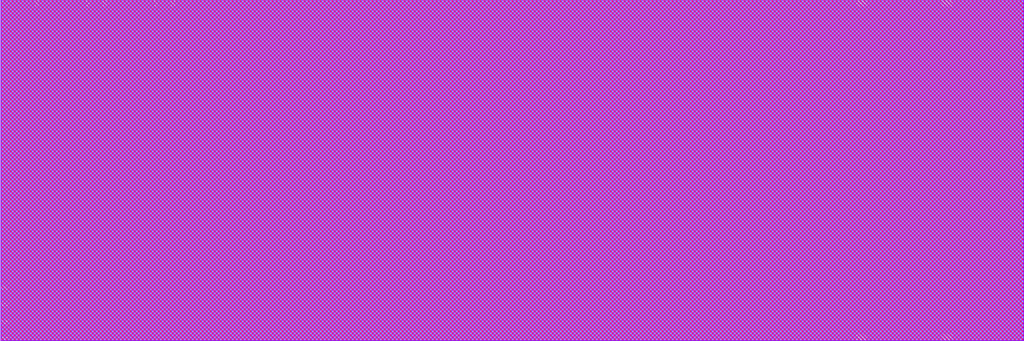
<source format=lef>
##
## LEF for PtnCells ;
## created by Innovus v20.11-s130_1 on Wed Dec 15 19:38:08 2021
##

VERSION 5.8 ;

BUSBITCHARS "[]" ;
DIVIDERCHAR "/" ;

MACRO BATCHARGERbg
  CLASS BLOCK ;
  SIZE 120.000000 BY 40.000000 ;
  FOREIGN BATCHARGERbg 0.000000 0.000000 ;
  ORIGIN 0 0 ;
  SYMMETRY X Y R90 ;
  PIN vin
    DIRECTION INPUT ;
    USE SIGNAL ;
    PORT
      LAYER metal1 ;
        RECT 20.120000 39.360000 20.280000 40.000000 ;
    END
  END vin
  PIN ibias1ua
    DIRECTION OUTPUT ;
    USE SIGNAL ;
    PORT
      LAYER metal1 ;
        RECT 0.000000 2.120000 0.640000 2.280000 ;
    END
  END ibias1ua
  PIN ibias1ub
    DIRECTION OUTPUT ;
    USE SIGNAL ;
    PORT
      LAYER metal1 ;
        RECT 0.000000 0.120000 0.640000 0.280000 ;
    END
  END ibias1ub
  PIN vrefa
    DIRECTION OUTPUT ;
    USE SIGNAL ;
    PORT
      LAYER metal1 ;
        RECT 0.000000 4.120000 0.640000 4.280000 ;
    END
  END vrefa
  PIN vrefb
    DIRECTION OUTPUT ;
    USE SIGNAL ;
    PORT
      LAYER metal1 ;
        RECT 0.000000 6.120000 0.640000 6.280000 ;
    END
  END vrefb
  PIN en
    DIRECTION INPUT ;
    USE SIGNAL ;
    PORT
      LAYER metal1 ;
        RECT 10.120000 39.360000 10.280000 40.000000 ;
    END
  END en
  PIN endvdd
    DIRECTION OUTPUT ;
    USE SIGNAL ;
    PORT
      LAYER metal1 ;
        RECT 12.120000 39.360000 12.280000 40.000000 ;
    END
  END endvdd
  PIN clk
    DIRECTION OUTPUT ;
    USE SIGNAL ;
    PORT
      LAYER metal1 ;
        RECT 4.120000 39.360000 4.280000 40.000000 ;
    END
  END clk
  PIN rstz
    DIRECTION OUTPUT ;
    USE SIGNAL ;
    PORT
      LAYER metal1 ;
        RECT 18.120000 39.360000 18.280000 40.000000 ;
    END
  END rstz
  PIN avdd
    DIRECTION INOUT ;
   # USE SIGNAL ;
    PORT
      LAYER metal1 ;
        RECT 110.500000 0.000000 111.500000 0.640000 ;
    END
  END avdd
  PIN dvdd
    DIRECTION INOUT ;
    USE POWER ;
    PORT
      LAYER metal1 ;
        RECT 100.500000 0.000000 101.500000 0.640000 ;
    END
  END dvdd
  PIN dgnd
    DIRECTION INOUT ;
    USE GROUND ;
    PORT
      LAYER metal1 ;
        RECT 100.500000 39.360000 101.500000 40.000000 ;
    END
  END dgnd
  PIN agnd
    DIRECTION INOUT ;
    USE SIGNAL ;
    PORT
      LAYER metal1 ;
        RECT 110.500000 39.360000 111.500000 40.000000 ;
    END
  END agnd
  OBS
    LAYER metal1 ;
      RECT 111.660000 39.200000 120.000000 40.000000 ;
      RECT 101.660000 39.200000 110.340000 40.000000 ;
      RECT 20.440000 39.200000 100.340000 40.000000 ;
      RECT 18.440000 39.200000 19.960000 40.000000 ;
      RECT 12.440000 39.200000 17.960000 40.000000 ;
      RECT 10.440000 39.200000 11.960000 40.000000 ;
      RECT 4.440000 39.200000 9.960000 40.000000 ;
      RECT 0.000000 39.200000 3.960000 40.000000 ;
      RECT 0.000000 6.440000 120.000000 39.200000 ;
      RECT 0.830000 5.960000 120.000000 6.440000 ;
      RECT 0.000000 4.440000 120.000000 5.960000 ;
      RECT 0.830000 3.960000 120.000000 4.440000 ;
      RECT 0.000000 2.440000 120.000000 3.960000 ;
      RECT 0.830000 1.960000 120.000000 2.440000 ;
      RECT 0.000000 0.800000 120.000000 1.960000 ;
      RECT 0.000000 0.440000 100.340000 0.800000 ;
      RECT 111.660000 0.000000 120.000000 0.800000 ;
      RECT 101.660000 0.000000 110.340000 0.800000 ;
      RECT 0.830000 0.000000 100.340000 0.440000 ;
    LAYER metal2 ;
      RECT 0.000000 0.000000 120.000000 40.000000 ;
    LAYER metal3 ;
      RECT 0.000000 0.000000 120.000000 40.000000 ;
    LAYER metal4 ;
      RECT 0.000000 0.000000 120.000000 40.000000 ;
    LAYER metal5 ;
      RECT 0.000000 0.000000 120.000000 40.000000 ;
    LAYER metal6 ;
      RECT 0.000000 0.000000 120.000000 40.000000 ;
    LAYER metal7 ;
      RECT 0.000000 0.000000 120.000000 40.000000 ;
    LAYER metal8 ;
      RECT 0.000000 0.000000 120.000000 40.000000 ;
  END
END BATCHARGERbg

END LIBRARY

</source>
